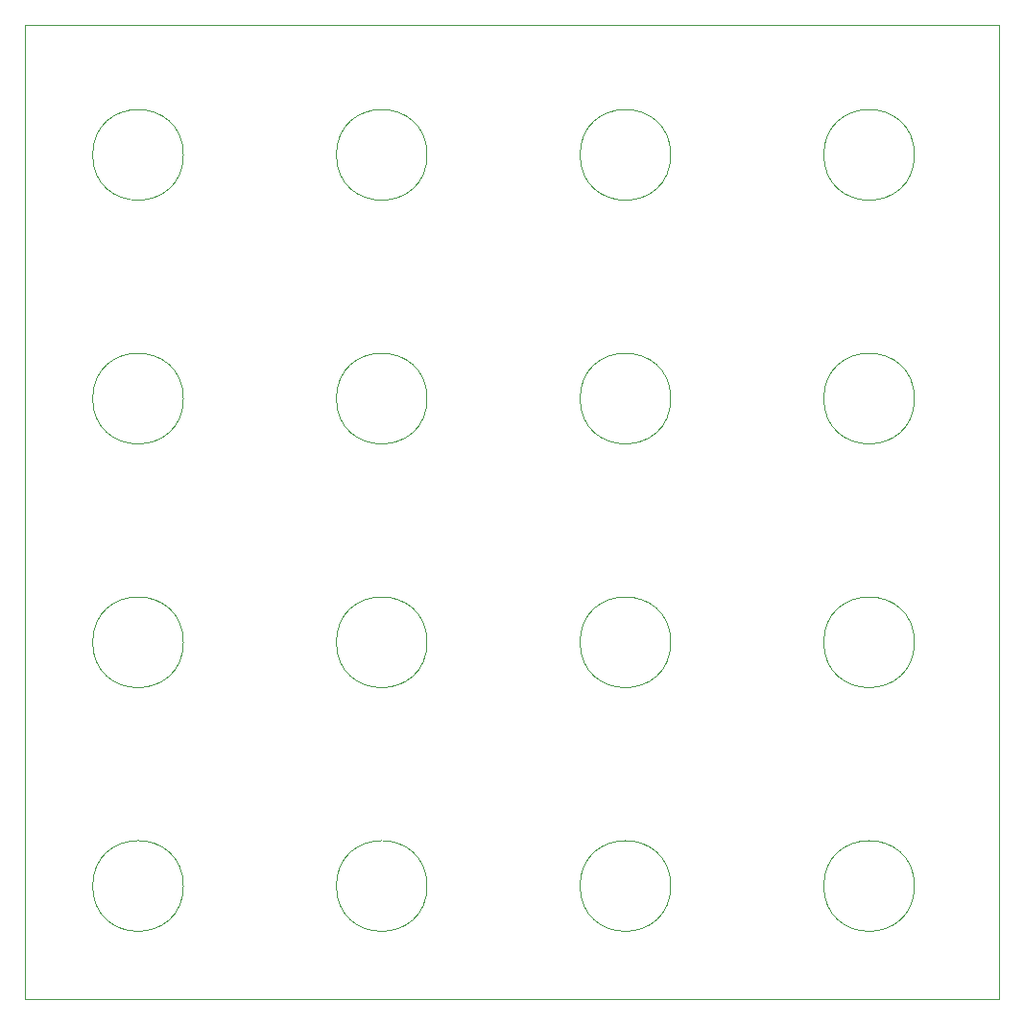
<source format=gbr>
%TF.GenerationSoftware,KiCad,Pcbnew,(5.1.10)-1*%
%TF.CreationDate,2021-11-01T22:44:31-04:00*%
%TF.ProjectId,PCB coil,50434220-636f-4696-9c2e-6b696361645f,rev?*%
%TF.SameCoordinates,Original*%
%TF.FileFunction,Profile,NP*%
%FSLAX46Y46*%
G04 Gerber Fmt 4.6, Leading zero omitted, Abs format (unit mm)*
G04 Created by KiCad (PCBNEW (5.1.10)-1) date 2021-11-01 22:44:31*
%MOMM*%
%LPD*%
G01*
G04 APERTURE LIST*
%TA.AperFunction,Profile*%
%ADD10C,0.050000*%
%TD*%
G04 APERTURE END LIST*
D10*
X-10000000Y-74500000D02*
X-10000000Y11500000D01*
X76000000Y-74500000D02*
X-10000000Y-74500000D01*
X76000000Y11500000D02*
X76000000Y-74500000D01*
X-10000000Y11500000D02*
X76000000Y11500000D01*
X25500000Y-64500000D02*
G75*
G03*
X25500000Y-64500000I-4000000J0D01*
G01*
X4000000Y-64500000D02*
G75*
G03*
X4000000Y-64500000I-4000000J0D01*
G01*
X68500000Y-64500000D02*
G75*
G03*
X68500000Y-64500000I-4000000J0D01*
G01*
X25500000Y-43000000D02*
G75*
G03*
X25500000Y-43000000I-4000000J0D01*
G01*
X47000000Y-64500000D02*
G75*
G03*
X47000000Y-64500000I-4000000J0D01*
G01*
X47000000Y-43000000D02*
G75*
G03*
X47000000Y-43000000I-4000000J0D01*
G01*
X68500000Y-43000000D02*
G75*
G03*
X68500000Y-43000000I-4000000J0D01*
G01*
X4000000Y-43000000D02*
G75*
G03*
X4000000Y-43000000I-4000000J0D01*
G01*
X25500000Y-21500000D02*
G75*
G03*
X25500000Y-21500000I-4000000J0D01*
G01*
X47000000Y-21500000D02*
G75*
G03*
X47000000Y-21500000I-4000000J0D01*
G01*
X68500000Y-21500000D02*
G75*
G03*
X68500000Y-21500000I-4000000J0D01*
G01*
X4000000Y-21500000D02*
G75*
G03*
X4000000Y-21500000I-4000000J0D01*
G01*
X68500000Y0D02*
G75*
G03*
X68500000Y0I-4000000J0D01*
G01*
X47000000Y0D02*
G75*
G03*
X47000000Y0I-4000000J0D01*
G01*
X25500000Y0D02*
G75*
G03*
X25500000Y0I-4000000J0D01*
G01*
X4000000Y0D02*
G75*
G03*
X4000000Y0I-4000000J0D01*
G01*
M02*

</source>
